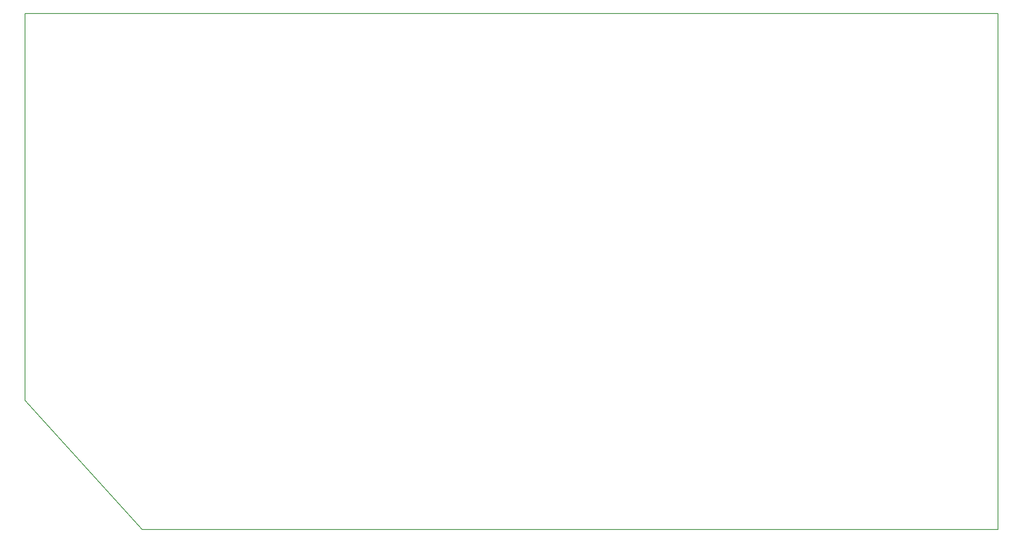
<source format=gbr>
G04 PROTEUS GERBER X2 FILE*
%TF.GenerationSoftware,Labcenter,Proteus,8.7-SP3-Build25561*%
%TF.CreationDate,2020-08-12T13:03:35+00:00*%
%TF.FileFunction,NonPlated,1,2,NPTH*%
%TF.FilePolarity,Positive*%
%TF.Part,Single*%
%TF.SameCoordinates,{83fe10cb-d733-4169-9c25-5540115bc659}*%
%FSLAX45Y45*%
%MOMM*%
G01*
%TA.AperFunction,Profile*%
%ADD18C,0.203200*%
%TD.AperFunction*%
D18*
X-13500000Y+11500000D02*
X+7250000Y+11500000D01*
X+7250000Y+500000D01*
X-11000000Y+500000D01*
X-13500000Y+11500000D02*
X-13500000Y+3250000D01*
X-11000000Y+500000D01*
M02*

</source>
